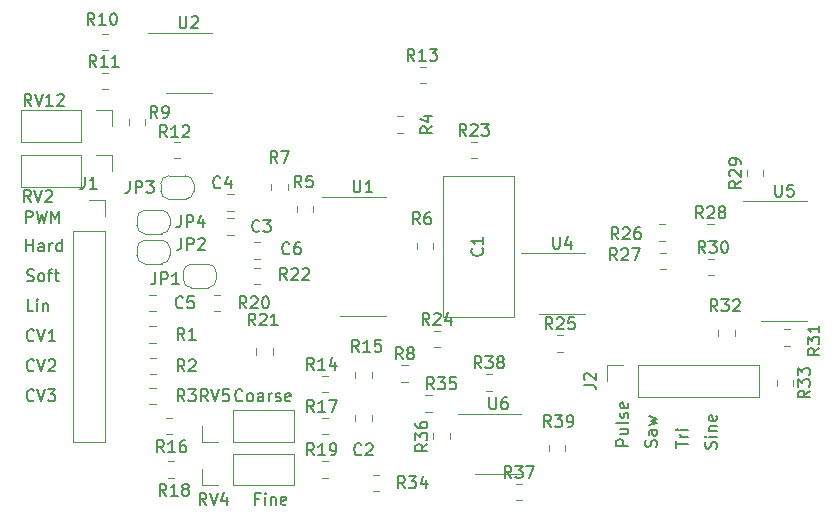
<source format=gbr>
G04 #@! TF.GenerationSoftware,KiCad,Pcbnew,(5.1.2-1)-1*
G04 #@! TF.CreationDate,2019-07-22T14:26:25-07:00*
G04 #@! TF.ProjectId,AS3340_VCO,41533333-3430-45f5-9643-4f2e6b696361,rev?*
G04 #@! TF.SameCoordinates,Original*
G04 #@! TF.FileFunction,Legend,Top*
G04 #@! TF.FilePolarity,Positive*
%FSLAX46Y46*%
G04 Gerber Fmt 4.6, Leading zero omitted, Abs format (unit mm)*
G04 Created by KiCad (PCBNEW (5.1.2-1)-1) date 2019-07-22 14:26:25*
%MOMM*%
%LPD*%
G04 APERTURE LIST*
%ADD10C,0.150000*%
%ADD11C,0.120000*%
G04 APERTURE END LIST*
D10*
X111529761Y-100972761D02*
X111577380Y-100829904D01*
X111577380Y-100591809D01*
X111529761Y-100496571D01*
X111482142Y-100448952D01*
X111386904Y-100401333D01*
X111291666Y-100401333D01*
X111196428Y-100448952D01*
X111148809Y-100496571D01*
X111101190Y-100591809D01*
X111053571Y-100782285D01*
X111005952Y-100877523D01*
X110958333Y-100925142D01*
X110863095Y-100972761D01*
X110767857Y-100972761D01*
X110672619Y-100925142D01*
X110625000Y-100877523D01*
X110577380Y-100782285D01*
X110577380Y-100544190D01*
X110625000Y-100401333D01*
X111577380Y-99972761D02*
X110910714Y-99972761D01*
X110577380Y-99972761D02*
X110625000Y-100020380D01*
X110672619Y-99972761D01*
X110625000Y-99925142D01*
X110577380Y-99972761D01*
X110672619Y-99972761D01*
X110910714Y-99496571D02*
X111577380Y-99496571D01*
X111005952Y-99496571D02*
X110958333Y-99448952D01*
X110910714Y-99353714D01*
X110910714Y-99210857D01*
X110958333Y-99115619D01*
X111053571Y-99068000D01*
X111577380Y-99068000D01*
X111529761Y-98210857D02*
X111577380Y-98306095D01*
X111577380Y-98496571D01*
X111529761Y-98591809D01*
X111434523Y-98639428D01*
X111053571Y-98639428D01*
X110958333Y-98591809D01*
X110910714Y-98496571D01*
X110910714Y-98306095D01*
X110958333Y-98210857D01*
X111053571Y-98163238D01*
X111148809Y-98163238D01*
X111244047Y-98639428D01*
X108164380Y-100909333D02*
X108164380Y-100337904D01*
X109164380Y-100623619D02*
X108164380Y-100623619D01*
X109164380Y-100004571D02*
X108497714Y-100004571D01*
X108688190Y-100004571D02*
X108592952Y-99956952D01*
X108545333Y-99909333D01*
X108497714Y-99814095D01*
X108497714Y-99718857D01*
X109164380Y-99385523D02*
X108497714Y-99385523D01*
X108164380Y-99385523D02*
X108212000Y-99433142D01*
X108259619Y-99385523D01*
X108212000Y-99337904D01*
X108164380Y-99385523D01*
X108259619Y-99385523D01*
X104084380Y-100742523D02*
X103084380Y-100742523D01*
X103084380Y-100361571D01*
X103132000Y-100266333D01*
X103179619Y-100218714D01*
X103274857Y-100171095D01*
X103417714Y-100171095D01*
X103512952Y-100218714D01*
X103560571Y-100266333D01*
X103608190Y-100361571D01*
X103608190Y-100742523D01*
X103417714Y-99313952D02*
X104084380Y-99313952D01*
X103417714Y-99742523D02*
X103941523Y-99742523D01*
X104036761Y-99694904D01*
X104084380Y-99599666D01*
X104084380Y-99456809D01*
X104036761Y-99361571D01*
X103989142Y-99313952D01*
X104084380Y-98694904D02*
X104036761Y-98790142D01*
X103941523Y-98837761D01*
X103084380Y-98837761D01*
X104036761Y-98361571D02*
X104084380Y-98266333D01*
X104084380Y-98075857D01*
X104036761Y-97980619D01*
X103941523Y-97933000D01*
X103893904Y-97933000D01*
X103798666Y-97980619D01*
X103751047Y-98075857D01*
X103751047Y-98218714D01*
X103703428Y-98313952D01*
X103608190Y-98361571D01*
X103560571Y-98361571D01*
X103465333Y-98313952D01*
X103417714Y-98218714D01*
X103417714Y-98075857D01*
X103465333Y-97980619D01*
X104036761Y-97123476D02*
X104084380Y-97218714D01*
X104084380Y-97409190D01*
X104036761Y-97504428D01*
X103941523Y-97552047D01*
X103560571Y-97552047D01*
X103465333Y-97504428D01*
X103417714Y-97409190D01*
X103417714Y-97218714D01*
X103465333Y-97123476D01*
X103560571Y-97075857D01*
X103655809Y-97075857D01*
X103751047Y-97552047D01*
X106449761Y-100829904D02*
X106497380Y-100687047D01*
X106497380Y-100448952D01*
X106449761Y-100353714D01*
X106402142Y-100306095D01*
X106306904Y-100258476D01*
X106211666Y-100258476D01*
X106116428Y-100306095D01*
X106068809Y-100353714D01*
X106021190Y-100448952D01*
X105973571Y-100639428D01*
X105925952Y-100734666D01*
X105878333Y-100782285D01*
X105783095Y-100829904D01*
X105687857Y-100829904D01*
X105592619Y-100782285D01*
X105545000Y-100734666D01*
X105497380Y-100639428D01*
X105497380Y-100401333D01*
X105545000Y-100258476D01*
X106497380Y-99401333D02*
X105973571Y-99401333D01*
X105878333Y-99448952D01*
X105830714Y-99544190D01*
X105830714Y-99734666D01*
X105878333Y-99829904D01*
X106449761Y-99401333D02*
X106497380Y-99496571D01*
X106497380Y-99734666D01*
X106449761Y-99829904D01*
X106354523Y-99877523D01*
X106259285Y-99877523D01*
X106164047Y-99829904D01*
X106116428Y-99734666D01*
X106116428Y-99496571D01*
X106068809Y-99401333D01*
X105830714Y-99020380D02*
X106497380Y-98829904D01*
X106021190Y-98639428D01*
X106497380Y-98448952D01*
X105830714Y-98258476D01*
X53760761Y-96877142D02*
X53713142Y-96924761D01*
X53570285Y-96972380D01*
X53475047Y-96972380D01*
X53332190Y-96924761D01*
X53236952Y-96829523D01*
X53189333Y-96734285D01*
X53141714Y-96543809D01*
X53141714Y-96400952D01*
X53189333Y-96210476D01*
X53236952Y-96115238D01*
X53332190Y-96020000D01*
X53475047Y-95972380D01*
X53570285Y-95972380D01*
X53713142Y-96020000D01*
X53760761Y-96067619D01*
X54046476Y-95972380D02*
X54379809Y-96972380D01*
X54713142Y-95972380D01*
X54951238Y-95972380D02*
X55570285Y-95972380D01*
X55236952Y-96353333D01*
X55379809Y-96353333D01*
X55475047Y-96400952D01*
X55522666Y-96448571D01*
X55570285Y-96543809D01*
X55570285Y-96781904D01*
X55522666Y-96877142D01*
X55475047Y-96924761D01*
X55379809Y-96972380D01*
X55094095Y-96972380D01*
X54998857Y-96924761D01*
X54951238Y-96877142D01*
X53760761Y-94337142D02*
X53713142Y-94384761D01*
X53570285Y-94432380D01*
X53475047Y-94432380D01*
X53332190Y-94384761D01*
X53236952Y-94289523D01*
X53189333Y-94194285D01*
X53141714Y-94003809D01*
X53141714Y-93860952D01*
X53189333Y-93670476D01*
X53236952Y-93575238D01*
X53332190Y-93480000D01*
X53475047Y-93432380D01*
X53570285Y-93432380D01*
X53713142Y-93480000D01*
X53760761Y-93527619D01*
X54046476Y-93432380D02*
X54379809Y-94432380D01*
X54713142Y-93432380D01*
X54998857Y-93527619D02*
X55046476Y-93480000D01*
X55141714Y-93432380D01*
X55379809Y-93432380D01*
X55475047Y-93480000D01*
X55522666Y-93527619D01*
X55570285Y-93622857D01*
X55570285Y-93718095D01*
X55522666Y-93860952D01*
X54951238Y-94432380D01*
X55570285Y-94432380D01*
X53760761Y-91797142D02*
X53713142Y-91844761D01*
X53570285Y-91892380D01*
X53475047Y-91892380D01*
X53332190Y-91844761D01*
X53236952Y-91749523D01*
X53189333Y-91654285D01*
X53141714Y-91463809D01*
X53141714Y-91320952D01*
X53189333Y-91130476D01*
X53236952Y-91035238D01*
X53332190Y-90940000D01*
X53475047Y-90892380D01*
X53570285Y-90892380D01*
X53713142Y-90940000D01*
X53760761Y-90987619D01*
X54046476Y-90892380D02*
X54379809Y-91892380D01*
X54713142Y-90892380D01*
X55570285Y-91892380D02*
X54998857Y-91892380D01*
X55284571Y-91892380D02*
X55284571Y-90892380D01*
X55189333Y-91035238D01*
X55094095Y-91130476D01*
X54998857Y-91178095D01*
X53721047Y-89352380D02*
X53244857Y-89352380D01*
X53244857Y-88352380D01*
X54054380Y-89352380D02*
X54054380Y-88685714D01*
X54054380Y-88352380D02*
X54006761Y-88400000D01*
X54054380Y-88447619D01*
X54102000Y-88400000D01*
X54054380Y-88352380D01*
X54054380Y-88447619D01*
X54530571Y-88685714D02*
X54530571Y-89352380D01*
X54530571Y-88780952D02*
X54578190Y-88733333D01*
X54673428Y-88685714D01*
X54816285Y-88685714D01*
X54911523Y-88733333D01*
X54959142Y-88828571D01*
X54959142Y-89352380D01*
X53173476Y-86764761D02*
X53316333Y-86812380D01*
X53554428Y-86812380D01*
X53649666Y-86764761D01*
X53697285Y-86717142D01*
X53744904Y-86621904D01*
X53744904Y-86526666D01*
X53697285Y-86431428D01*
X53649666Y-86383809D01*
X53554428Y-86336190D01*
X53363952Y-86288571D01*
X53268714Y-86240952D01*
X53221095Y-86193333D01*
X53173476Y-86098095D01*
X53173476Y-86002857D01*
X53221095Y-85907619D01*
X53268714Y-85860000D01*
X53363952Y-85812380D01*
X53602047Y-85812380D01*
X53744904Y-85860000D01*
X54316333Y-86812380D02*
X54221095Y-86764761D01*
X54173476Y-86717142D01*
X54125857Y-86621904D01*
X54125857Y-86336190D01*
X54173476Y-86240952D01*
X54221095Y-86193333D01*
X54316333Y-86145714D01*
X54459190Y-86145714D01*
X54554428Y-86193333D01*
X54602047Y-86240952D01*
X54649666Y-86336190D01*
X54649666Y-86621904D01*
X54602047Y-86717142D01*
X54554428Y-86764761D01*
X54459190Y-86812380D01*
X54316333Y-86812380D01*
X54935380Y-86145714D02*
X55316333Y-86145714D01*
X55078238Y-86812380D02*
X55078238Y-85955238D01*
X55125857Y-85860000D01*
X55221095Y-85812380D01*
X55316333Y-85812380D01*
X55506809Y-86145714D02*
X55887761Y-86145714D01*
X55649666Y-85812380D02*
X55649666Y-86669523D01*
X55697285Y-86764761D01*
X55792523Y-86812380D01*
X55887761Y-86812380D01*
X53110000Y-84272380D02*
X53110000Y-83272380D01*
X53110000Y-83748571D02*
X53681428Y-83748571D01*
X53681428Y-84272380D02*
X53681428Y-83272380D01*
X54586190Y-84272380D02*
X54586190Y-83748571D01*
X54538571Y-83653333D01*
X54443333Y-83605714D01*
X54252857Y-83605714D01*
X54157619Y-83653333D01*
X54586190Y-84224761D02*
X54490952Y-84272380D01*
X54252857Y-84272380D01*
X54157619Y-84224761D01*
X54110000Y-84129523D01*
X54110000Y-84034285D01*
X54157619Y-83939047D01*
X54252857Y-83891428D01*
X54490952Y-83891428D01*
X54586190Y-83843809D01*
X55062380Y-84272380D02*
X55062380Y-83605714D01*
X55062380Y-83796190D02*
X55110000Y-83700952D01*
X55157619Y-83653333D01*
X55252857Y-83605714D01*
X55348095Y-83605714D01*
X56110000Y-84272380D02*
X56110000Y-83272380D01*
X56110000Y-84224761D02*
X56014761Y-84272380D01*
X55824285Y-84272380D01*
X55729047Y-84224761D01*
X55681428Y-84177142D01*
X55633809Y-84081904D01*
X55633809Y-83796190D01*
X55681428Y-83700952D01*
X55729047Y-83653333D01*
X55824285Y-83605714D01*
X56014761Y-83605714D01*
X56110000Y-83653333D01*
X53078238Y-81859380D02*
X53078238Y-80859380D01*
X53459190Y-80859380D01*
X53554428Y-80907000D01*
X53602047Y-80954619D01*
X53649666Y-81049857D01*
X53649666Y-81192714D01*
X53602047Y-81287952D01*
X53554428Y-81335571D01*
X53459190Y-81383190D01*
X53078238Y-81383190D01*
X53983000Y-80859380D02*
X54221095Y-81859380D01*
X54411571Y-81145095D01*
X54602047Y-81859380D01*
X54840142Y-80859380D01*
X55221095Y-81859380D02*
X55221095Y-80859380D01*
X55554428Y-81573666D01*
X55887761Y-80859380D01*
X55887761Y-81859380D01*
X72810809Y-105211571D02*
X72477476Y-105211571D01*
X72477476Y-105735380D02*
X72477476Y-104735380D01*
X72953666Y-104735380D01*
X73334619Y-105735380D02*
X73334619Y-105068714D01*
X73334619Y-104735380D02*
X73287000Y-104783000D01*
X73334619Y-104830619D01*
X73382238Y-104783000D01*
X73334619Y-104735380D01*
X73334619Y-104830619D01*
X73810809Y-105068714D02*
X73810809Y-105735380D01*
X73810809Y-105163952D02*
X73858428Y-105116333D01*
X73953666Y-105068714D01*
X74096523Y-105068714D01*
X74191761Y-105116333D01*
X74239380Y-105211571D01*
X74239380Y-105735380D01*
X75096523Y-105687761D02*
X75001285Y-105735380D01*
X74810809Y-105735380D01*
X74715571Y-105687761D01*
X74667952Y-105592523D01*
X74667952Y-105211571D01*
X74715571Y-105116333D01*
X74810809Y-105068714D01*
X75001285Y-105068714D01*
X75096523Y-105116333D01*
X75144142Y-105211571D01*
X75144142Y-105306809D01*
X74667952Y-105402047D01*
X71413904Y-96877142D02*
X71366285Y-96924761D01*
X71223428Y-96972380D01*
X71128190Y-96972380D01*
X70985333Y-96924761D01*
X70890095Y-96829523D01*
X70842476Y-96734285D01*
X70794857Y-96543809D01*
X70794857Y-96400952D01*
X70842476Y-96210476D01*
X70890095Y-96115238D01*
X70985333Y-96020000D01*
X71128190Y-95972380D01*
X71223428Y-95972380D01*
X71366285Y-96020000D01*
X71413904Y-96067619D01*
X71985333Y-96972380D02*
X71890095Y-96924761D01*
X71842476Y-96877142D01*
X71794857Y-96781904D01*
X71794857Y-96496190D01*
X71842476Y-96400952D01*
X71890095Y-96353333D01*
X71985333Y-96305714D01*
X72128190Y-96305714D01*
X72223428Y-96353333D01*
X72271047Y-96400952D01*
X72318666Y-96496190D01*
X72318666Y-96781904D01*
X72271047Y-96877142D01*
X72223428Y-96924761D01*
X72128190Y-96972380D01*
X71985333Y-96972380D01*
X73175809Y-96972380D02*
X73175809Y-96448571D01*
X73128190Y-96353333D01*
X73032952Y-96305714D01*
X72842476Y-96305714D01*
X72747238Y-96353333D01*
X73175809Y-96924761D02*
X73080571Y-96972380D01*
X72842476Y-96972380D01*
X72747238Y-96924761D01*
X72699619Y-96829523D01*
X72699619Y-96734285D01*
X72747238Y-96639047D01*
X72842476Y-96591428D01*
X73080571Y-96591428D01*
X73175809Y-96543809D01*
X73652000Y-96972380D02*
X73652000Y-96305714D01*
X73652000Y-96496190D02*
X73699619Y-96400952D01*
X73747238Y-96353333D01*
X73842476Y-96305714D01*
X73937714Y-96305714D01*
X74223428Y-96924761D02*
X74318666Y-96972380D01*
X74509142Y-96972380D01*
X74604380Y-96924761D01*
X74652000Y-96829523D01*
X74652000Y-96781904D01*
X74604380Y-96686666D01*
X74509142Y-96639047D01*
X74366285Y-96639047D01*
X74271047Y-96591428D01*
X74223428Y-96496190D01*
X74223428Y-96448571D01*
X74271047Y-96353333D01*
X74366285Y-96305714D01*
X74509142Y-96305714D01*
X74604380Y-96353333D01*
X75461523Y-96924761D02*
X75366285Y-96972380D01*
X75175809Y-96972380D01*
X75080571Y-96924761D01*
X75032952Y-96829523D01*
X75032952Y-96448571D01*
X75080571Y-96353333D01*
X75175809Y-96305714D01*
X75366285Y-96305714D01*
X75461523Y-96353333D01*
X75509142Y-96448571D01*
X75509142Y-96543809D01*
X75032952Y-96639047D01*
D11*
X91440000Y-77865000D02*
X94440000Y-77865000D01*
X94440000Y-77865000D02*
X94440000Y-89865000D01*
X94440000Y-89865000D02*
X88440000Y-89865000D01*
X88440000Y-89865000D02*
X88440000Y-77865000D01*
X88440000Y-77865000D02*
X91440000Y-77865000D01*
X82371000Y-98683578D02*
X82371000Y-98166422D01*
X80951000Y-98683578D02*
X80951000Y-98166422D01*
X70665078Y-81459000D02*
X70147922Y-81459000D01*
X70665078Y-82879000D02*
X70147922Y-82879000D01*
X70665078Y-79427000D02*
X70147922Y-79427000D01*
X70665078Y-80847000D02*
X70147922Y-80847000D01*
X64061078Y-87936000D02*
X63543922Y-87936000D01*
X64061078Y-89356000D02*
X63543922Y-89356000D01*
X72385422Y-84911000D02*
X72902578Y-84911000D01*
X72385422Y-83491000D02*
X72902578Y-83491000D01*
X64061078Y-90603000D02*
X63543922Y-90603000D01*
X64061078Y-92023000D02*
X63543922Y-92023000D01*
X64091078Y-93270000D02*
X63573922Y-93270000D01*
X64091078Y-94690000D02*
X63573922Y-94690000D01*
X64061078Y-95810000D02*
X63543922Y-95810000D01*
X64061078Y-97230000D02*
X63543922Y-97230000D01*
X85046078Y-72823000D02*
X84528922Y-72823000D01*
X85046078Y-74243000D02*
X84528922Y-74243000D01*
X77418000Y-80952078D02*
X77418000Y-80434922D01*
X75998000Y-80952078D02*
X75998000Y-80434922D01*
X87578000Y-84078578D02*
X87578000Y-83561422D01*
X86158000Y-84078578D02*
X86158000Y-83561422D01*
X75259000Y-79077078D02*
X75259000Y-78559922D01*
X73839000Y-79077078D02*
X73839000Y-78559922D01*
X84879922Y-95325000D02*
X85397078Y-95325000D01*
X84879922Y-93905000D02*
X85397078Y-93905000D01*
X63194000Y-73586078D02*
X63194000Y-73068922D01*
X61774000Y-73586078D02*
X61774000Y-73068922D01*
X60075578Y-65838000D02*
X59558422Y-65838000D01*
X60075578Y-67258000D02*
X59558422Y-67258000D01*
X60075578Y-69140000D02*
X59558422Y-69140000D01*
X60075578Y-70560000D02*
X59558422Y-70560000D01*
X66171578Y-74982000D02*
X65654422Y-74982000D01*
X66171578Y-76402000D02*
X65654422Y-76402000D01*
X86999578Y-68632000D02*
X86482422Y-68632000D01*
X86999578Y-70052000D02*
X86482422Y-70052000D01*
X78666078Y-94794000D02*
X78148922Y-94794000D01*
X78666078Y-96214000D02*
X78148922Y-96214000D01*
X82371000Y-95000578D02*
X82371000Y-94483422D01*
X80951000Y-95000578D02*
X80951000Y-94483422D01*
X65488078Y-98350000D02*
X64970922Y-98350000D01*
X65488078Y-99770000D02*
X64970922Y-99770000D01*
X78666078Y-98350000D02*
X78148922Y-98350000D01*
X78666078Y-99770000D02*
X78148922Y-99770000D01*
X65615078Y-102033000D02*
X65097922Y-102033000D01*
X65615078Y-103453000D02*
X65097922Y-103453000D01*
X78666078Y-102033000D02*
X78148922Y-102033000D01*
X78666078Y-103453000D02*
X78148922Y-103453000D01*
X69522078Y-87936000D02*
X69004922Y-87936000D01*
X69522078Y-89356000D02*
X69004922Y-89356000D01*
X72569000Y-92499922D02*
X72569000Y-93017078D01*
X73989000Y-92499922D02*
X73989000Y-93017078D01*
X72902578Y-85650000D02*
X72385422Y-85650000D01*
X72902578Y-87070000D02*
X72385422Y-87070000D01*
X90751922Y-76402000D02*
X91269078Y-76402000D01*
X90751922Y-74982000D02*
X91269078Y-74982000D01*
X87625422Y-92404000D02*
X88142578Y-92404000D01*
X87625422Y-90984000D02*
X88142578Y-90984000D01*
X98039422Y-92785000D02*
X98556578Y-92785000D01*
X98039422Y-91365000D02*
X98556578Y-91365000D01*
X106675422Y-83387000D02*
X107192578Y-83387000D01*
X106675422Y-81967000D02*
X107192578Y-81967000D01*
X107271078Y-84380000D02*
X106753922Y-84380000D01*
X107271078Y-85800000D02*
X106753922Y-85800000D01*
X110787922Y-83387000D02*
X111305078Y-83387000D01*
X110787922Y-81967000D02*
X111305078Y-81967000D01*
X115518000Y-77934078D02*
X115518000Y-77416922D01*
X114098000Y-77934078D02*
X114098000Y-77416922D01*
X111383578Y-84888000D02*
X110866422Y-84888000D01*
X111383578Y-86308000D02*
X110866422Y-86308000D01*
X117782078Y-90857000D02*
X117264922Y-90857000D01*
X117782078Y-92277000D02*
X117264922Y-92277000D01*
X113105000Y-91444578D02*
X113105000Y-90927422D01*
X111685000Y-91444578D02*
X111685000Y-90927422D01*
X116638000Y-95166922D02*
X116638000Y-95684078D01*
X118058000Y-95166922D02*
X118058000Y-95684078D01*
X82496922Y-104596000D02*
X83014078Y-104596000D01*
X82496922Y-103176000D02*
X83014078Y-103176000D01*
X86911922Y-97865000D02*
X87429078Y-97865000D01*
X86911922Y-96445000D02*
X87429078Y-96445000D01*
X88975000Y-100207578D02*
X88975000Y-99690422D01*
X87555000Y-100207578D02*
X87555000Y-99690422D01*
X94561922Y-105358000D02*
X95079078Y-105358000D01*
X94561922Y-103938000D02*
X95079078Y-103938000D01*
X92021922Y-96087000D02*
X92539078Y-96087000D01*
X92021922Y-94667000D02*
X92539078Y-94667000D01*
X98754000Y-101223578D02*
X98754000Y-100706422D01*
X97334000Y-101223578D02*
X97334000Y-100706422D01*
X81599000Y-79649000D02*
X78149000Y-79649000D01*
X81599000Y-79649000D02*
X83549000Y-79649000D01*
X81599000Y-89769000D02*
X79649000Y-89769000D01*
X81599000Y-89769000D02*
X83549000Y-89769000D01*
X66867000Y-65766000D02*
X63417000Y-65766000D01*
X66867000Y-65766000D02*
X68817000Y-65766000D01*
X66867000Y-70886000D02*
X64917000Y-70886000D01*
X66867000Y-70886000D02*
X68817000Y-70886000D01*
X98487000Y-84435000D02*
X95037000Y-84435000D01*
X98487000Y-84435000D02*
X100437000Y-84435000D01*
X98487000Y-89555000D02*
X96537000Y-89555000D01*
X98487000Y-89555000D02*
X100437000Y-89555000D01*
X117283000Y-80030000D02*
X113833000Y-80030000D01*
X117283000Y-80030000D02*
X119233000Y-80030000D01*
X117283000Y-90150000D02*
X115333000Y-90150000D01*
X117283000Y-90150000D02*
X119233000Y-90150000D01*
X93091000Y-98024000D02*
X89641000Y-98024000D01*
X93091000Y-98024000D02*
X95041000Y-98024000D01*
X93091000Y-103144000D02*
X91141000Y-103144000D01*
X93091000Y-103144000D02*
X95041000Y-103144000D01*
X60385000Y-76140000D02*
X60385000Y-77470000D01*
X59055000Y-76140000D02*
X60385000Y-76140000D01*
X57785000Y-76140000D02*
X57785000Y-78800000D01*
X57785000Y-78800000D02*
X52645000Y-78800000D01*
X57785000Y-76140000D02*
X52645000Y-76140000D01*
X52645000Y-76140000D02*
X52645000Y-78800000D01*
X68012000Y-100390000D02*
X68012000Y-99060000D01*
X69342000Y-100390000D02*
X68012000Y-100390000D01*
X70612000Y-100390000D02*
X70612000Y-97730000D01*
X70612000Y-97730000D02*
X75752000Y-97730000D01*
X70612000Y-100390000D02*
X75752000Y-100390000D01*
X75752000Y-100390000D02*
X75752000Y-97730000D01*
X68012000Y-104073000D02*
X68012000Y-102743000D01*
X69342000Y-104073000D02*
X68012000Y-104073000D01*
X70612000Y-104073000D02*
X70612000Y-101413000D01*
X70612000Y-101413000D02*
X75752000Y-101413000D01*
X70612000Y-104073000D02*
X75752000Y-104073000D01*
X75752000Y-104073000D02*
X75752000Y-101413000D01*
X60385000Y-72330000D02*
X60385000Y-73660000D01*
X59055000Y-72330000D02*
X60385000Y-72330000D01*
X57785000Y-72330000D02*
X57785000Y-74990000D01*
X57785000Y-74990000D02*
X52645000Y-74990000D01*
X57785000Y-72330000D02*
X52645000Y-72330000D01*
X52645000Y-72330000D02*
X52645000Y-74990000D01*
X67103000Y-85360000D02*
X68503000Y-85360000D01*
X69203000Y-86060000D02*
X69203000Y-86660000D01*
X68503000Y-87360000D02*
X67103000Y-87360000D01*
X66403000Y-86660000D02*
X66403000Y-86060000D01*
X66403000Y-86060000D02*
G75*
G02X67103000Y-85360000I700000J0D01*
G01*
X67103000Y-87360000D02*
G75*
G02X66403000Y-86660000I0J700000D01*
G01*
X69203000Y-86660000D02*
G75*
G02X68503000Y-87360000I-700000J0D01*
G01*
X68503000Y-85360000D02*
G75*
G02X69203000Y-86060000I0J-700000D01*
G01*
X65198000Y-77867000D02*
X66598000Y-77867000D01*
X67298000Y-78567000D02*
X67298000Y-79167000D01*
X66598000Y-79867000D02*
X65198000Y-79867000D01*
X64498000Y-79167000D02*
X64498000Y-78567000D01*
X64498000Y-78567000D02*
G75*
G02X65198000Y-77867000I700000J0D01*
G01*
X65198000Y-79867000D02*
G75*
G02X64498000Y-79167000I0J700000D01*
G01*
X67298000Y-79167000D02*
G75*
G02X66598000Y-79867000I-700000J0D01*
G01*
X66598000Y-77867000D02*
G75*
G02X67298000Y-78567000I0J-700000D01*
G01*
X63181000Y-83328000D02*
X64581000Y-83328000D01*
X65281000Y-84028000D02*
X65281000Y-84628000D01*
X64581000Y-85328000D02*
X63181000Y-85328000D01*
X62481000Y-84628000D02*
X62481000Y-84028000D01*
X62481000Y-84028000D02*
G75*
G02X63181000Y-83328000I700000J0D01*
G01*
X63181000Y-85328000D02*
G75*
G02X62481000Y-84628000I0J700000D01*
G01*
X65281000Y-84628000D02*
G75*
G02X64581000Y-85328000I-700000J0D01*
G01*
X64581000Y-83328000D02*
G75*
G02X65281000Y-84028000I0J-700000D01*
G01*
X64581000Y-80788000D02*
G75*
G02X65281000Y-81488000I0J-700000D01*
G01*
X65281000Y-82088000D02*
G75*
G02X64581000Y-82788000I-700000J0D01*
G01*
X63181000Y-82788000D02*
G75*
G02X62481000Y-82088000I0J700000D01*
G01*
X62481000Y-81488000D02*
G75*
G02X63181000Y-80788000I700000J0D01*
G01*
X62481000Y-82088000D02*
X62481000Y-81488000D01*
X64581000Y-82788000D02*
X63181000Y-82788000D01*
X65281000Y-81488000D02*
X65281000Y-82088000D01*
X63181000Y-80788000D02*
X64581000Y-80788000D01*
X57090000Y-82550000D02*
X59750000Y-82550000D01*
X57090000Y-82550000D02*
X57090000Y-100390000D01*
X57090000Y-100390000D02*
X59750000Y-100390000D01*
X59750000Y-82550000D02*
X59750000Y-100390000D01*
X59750000Y-79950000D02*
X59750000Y-81280000D01*
X58420000Y-79950000D02*
X59750000Y-79950000D01*
X104902000Y-96580000D02*
X104902000Y-93920000D01*
X104902000Y-96580000D02*
X115122000Y-96580000D01*
X115122000Y-96580000D02*
X115122000Y-93920000D01*
X104902000Y-93920000D02*
X115122000Y-93920000D01*
X102302000Y-93920000D02*
X103632000Y-93920000D01*
X102302000Y-95250000D02*
X102302000Y-93920000D01*
D10*
X91697142Y-84031666D02*
X91744761Y-84079285D01*
X91792380Y-84222142D01*
X91792380Y-84317380D01*
X91744761Y-84460238D01*
X91649523Y-84555476D01*
X91554285Y-84603095D01*
X91363809Y-84650714D01*
X91220952Y-84650714D01*
X91030476Y-84603095D01*
X90935238Y-84555476D01*
X90840000Y-84460238D01*
X90792380Y-84317380D01*
X90792380Y-84222142D01*
X90840000Y-84079285D01*
X90887619Y-84031666D01*
X91792380Y-83079285D02*
X91792380Y-83650714D01*
X91792380Y-83365000D02*
X90792380Y-83365000D01*
X90935238Y-83460238D01*
X91030476Y-83555476D01*
X91078095Y-83650714D01*
X81494333Y-101449142D02*
X81446714Y-101496761D01*
X81303857Y-101544380D01*
X81208619Y-101544380D01*
X81065761Y-101496761D01*
X80970523Y-101401523D01*
X80922904Y-101306285D01*
X80875285Y-101115809D01*
X80875285Y-100972952D01*
X80922904Y-100782476D01*
X80970523Y-100687238D01*
X81065761Y-100592000D01*
X81208619Y-100544380D01*
X81303857Y-100544380D01*
X81446714Y-100592000D01*
X81494333Y-100639619D01*
X81875285Y-100639619D02*
X81922904Y-100592000D01*
X82018142Y-100544380D01*
X82256238Y-100544380D01*
X82351476Y-100592000D01*
X82399095Y-100639619D01*
X82446714Y-100734857D01*
X82446714Y-100830095D01*
X82399095Y-100972952D01*
X81827666Y-101544380D01*
X82446714Y-101544380D01*
X72858333Y-82526142D02*
X72810714Y-82573761D01*
X72667857Y-82621380D01*
X72572619Y-82621380D01*
X72429761Y-82573761D01*
X72334523Y-82478523D01*
X72286904Y-82383285D01*
X72239285Y-82192809D01*
X72239285Y-82049952D01*
X72286904Y-81859476D01*
X72334523Y-81764238D01*
X72429761Y-81669000D01*
X72572619Y-81621380D01*
X72667857Y-81621380D01*
X72810714Y-81669000D01*
X72858333Y-81716619D01*
X73191666Y-81621380D02*
X73810714Y-81621380D01*
X73477380Y-82002333D01*
X73620238Y-82002333D01*
X73715476Y-82049952D01*
X73763095Y-82097571D01*
X73810714Y-82192809D01*
X73810714Y-82430904D01*
X73763095Y-82526142D01*
X73715476Y-82573761D01*
X73620238Y-82621380D01*
X73334523Y-82621380D01*
X73239285Y-82573761D01*
X73191666Y-82526142D01*
X69556333Y-78843142D02*
X69508714Y-78890761D01*
X69365857Y-78938380D01*
X69270619Y-78938380D01*
X69127761Y-78890761D01*
X69032523Y-78795523D01*
X68984904Y-78700285D01*
X68937285Y-78509809D01*
X68937285Y-78366952D01*
X68984904Y-78176476D01*
X69032523Y-78081238D01*
X69127761Y-77986000D01*
X69270619Y-77938380D01*
X69365857Y-77938380D01*
X69508714Y-77986000D01*
X69556333Y-78033619D01*
X70413476Y-78271714D02*
X70413476Y-78938380D01*
X70175380Y-77890761D02*
X69937285Y-78605047D01*
X70556333Y-78605047D01*
X66381333Y-89003142D02*
X66333714Y-89050761D01*
X66190857Y-89098380D01*
X66095619Y-89098380D01*
X65952761Y-89050761D01*
X65857523Y-88955523D01*
X65809904Y-88860285D01*
X65762285Y-88669809D01*
X65762285Y-88526952D01*
X65809904Y-88336476D01*
X65857523Y-88241238D01*
X65952761Y-88146000D01*
X66095619Y-88098380D01*
X66190857Y-88098380D01*
X66333714Y-88146000D01*
X66381333Y-88193619D01*
X67286095Y-88098380D02*
X66809904Y-88098380D01*
X66762285Y-88574571D01*
X66809904Y-88526952D01*
X66905142Y-88479333D01*
X67143238Y-88479333D01*
X67238476Y-88526952D01*
X67286095Y-88574571D01*
X67333714Y-88669809D01*
X67333714Y-88907904D01*
X67286095Y-89003142D01*
X67238476Y-89050761D01*
X67143238Y-89098380D01*
X66905142Y-89098380D01*
X66809904Y-89050761D01*
X66762285Y-89003142D01*
X75398333Y-84431142D02*
X75350714Y-84478761D01*
X75207857Y-84526380D01*
X75112619Y-84526380D01*
X74969761Y-84478761D01*
X74874523Y-84383523D01*
X74826904Y-84288285D01*
X74779285Y-84097809D01*
X74779285Y-83954952D01*
X74826904Y-83764476D01*
X74874523Y-83669238D01*
X74969761Y-83574000D01*
X75112619Y-83526380D01*
X75207857Y-83526380D01*
X75350714Y-83574000D01*
X75398333Y-83621619D01*
X76255476Y-83526380D02*
X76065000Y-83526380D01*
X75969761Y-83574000D01*
X75922142Y-83621619D01*
X75826904Y-83764476D01*
X75779285Y-83954952D01*
X75779285Y-84335904D01*
X75826904Y-84431142D01*
X75874523Y-84478761D01*
X75969761Y-84526380D01*
X76160238Y-84526380D01*
X76255476Y-84478761D01*
X76303095Y-84431142D01*
X76350714Y-84335904D01*
X76350714Y-84097809D01*
X76303095Y-84002571D01*
X76255476Y-83954952D01*
X76160238Y-83907333D01*
X75969761Y-83907333D01*
X75874523Y-83954952D01*
X75826904Y-84002571D01*
X75779285Y-84097809D01*
X66508333Y-91765380D02*
X66175000Y-91289190D01*
X65936904Y-91765380D02*
X65936904Y-90765380D01*
X66317857Y-90765380D01*
X66413095Y-90813000D01*
X66460714Y-90860619D01*
X66508333Y-90955857D01*
X66508333Y-91098714D01*
X66460714Y-91193952D01*
X66413095Y-91241571D01*
X66317857Y-91289190D01*
X65936904Y-91289190D01*
X67460714Y-91765380D02*
X66889285Y-91765380D01*
X67175000Y-91765380D02*
X67175000Y-90765380D01*
X67079761Y-90908238D01*
X66984523Y-91003476D01*
X66889285Y-91051095D01*
X66508333Y-94432380D02*
X66175000Y-93956190D01*
X65936904Y-94432380D02*
X65936904Y-93432380D01*
X66317857Y-93432380D01*
X66413095Y-93480000D01*
X66460714Y-93527619D01*
X66508333Y-93622857D01*
X66508333Y-93765714D01*
X66460714Y-93860952D01*
X66413095Y-93908571D01*
X66317857Y-93956190D01*
X65936904Y-93956190D01*
X66889285Y-93527619D02*
X66936904Y-93480000D01*
X67032142Y-93432380D01*
X67270238Y-93432380D01*
X67365476Y-93480000D01*
X67413095Y-93527619D01*
X67460714Y-93622857D01*
X67460714Y-93718095D01*
X67413095Y-93860952D01*
X66841666Y-94432380D01*
X67460714Y-94432380D01*
X66508333Y-96972380D02*
X66175000Y-96496190D01*
X65936904Y-96972380D02*
X65936904Y-95972380D01*
X66317857Y-95972380D01*
X66413095Y-96020000D01*
X66460714Y-96067619D01*
X66508333Y-96162857D01*
X66508333Y-96305714D01*
X66460714Y-96400952D01*
X66413095Y-96448571D01*
X66317857Y-96496190D01*
X65936904Y-96496190D01*
X66841666Y-95972380D02*
X67460714Y-95972380D01*
X67127380Y-96353333D01*
X67270238Y-96353333D01*
X67365476Y-96400952D01*
X67413095Y-96448571D01*
X67460714Y-96543809D01*
X67460714Y-96781904D01*
X67413095Y-96877142D01*
X67365476Y-96924761D01*
X67270238Y-96972380D01*
X66984523Y-96972380D01*
X66889285Y-96924761D01*
X66841666Y-96877142D01*
X87477380Y-73699666D02*
X87001190Y-74033000D01*
X87477380Y-74271095D02*
X86477380Y-74271095D01*
X86477380Y-73890142D01*
X86525000Y-73794904D01*
X86572619Y-73747285D01*
X86667857Y-73699666D01*
X86810714Y-73699666D01*
X86905952Y-73747285D01*
X86953571Y-73794904D01*
X87001190Y-73890142D01*
X87001190Y-74271095D01*
X86810714Y-72842523D02*
X87477380Y-72842523D01*
X86429761Y-73080619D02*
X87144047Y-73318714D01*
X87144047Y-72699666D01*
X76414333Y-78859880D02*
X76081000Y-78383690D01*
X75842904Y-78859880D02*
X75842904Y-77859880D01*
X76223857Y-77859880D01*
X76319095Y-77907500D01*
X76366714Y-77955119D01*
X76414333Y-78050357D01*
X76414333Y-78193214D01*
X76366714Y-78288452D01*
X76319095Y-78336071D01*
X76223857Y-78383690D01*
X75842904Y-78383690D01*
X77319095Y-77859880D02*
X76842904Y-77859880D01*
X76795285Y-78336071D01*
X76842904Y-78288452D01*
X76938142Y-78240833D01*
X77176238Y-78240833D01*
X77271476Y-78288452D01*
X77319095Y-78336071D01*
X77366714Y-78431309D01*
X77366714Y-78669404D01*
X77319095Y-78764642D01*
X77271476Y-78812261D01*
X77176238Y-78859880D01*
X76938142Y-78859880D01*
X76842904Y-78812261D01*
X76795285Y-78764642D01*
X86447333Y-81986380D02*
X86114000Y-81510190D01*
X85875904Y-81986380D02*
X85875904Y-80986380D01*
X86256857Y-80986380D01*
X86352095Y-81034000D01*
X86399714Y-81081619D01*
X86447333Y-81176857D01*
X86447333Y-81319714D01*
X86399714Y-81414952D01*
X86352095Y-81462571D01*
X86256857Y-81510190D01*
X85875904Y-81510190D01*
X87304476Y-80986380D02*
X87114000Y-80986380D01*
X87018761Y-81034000D01*
X86971142Y-81081619D01*
X86875904Y-81224476D01*
X86828285Y-81414952D01*
X86828285Y-81795904D01*
X86875904Y-81891142D01*
X86923523Y-81938761D01*
X87018761Y-81986380D01*
X87209238Y-81986380D01*
X87304476Y-81938761D01*
X87352095Y-81891142D01*
X87399714Y-81795904D01*
X87399714Y-81557809D01*
X87352095Y-81462571D01*
X87304476Y-81414952D01*
X87209238Y-81367333D01*
X87018761Y-81367333D01*
X86923523Y-81414952D01*
X86875904Y-81462571D01*
X86828285Y-81557809D01*
X74382333Y-76809380D02*
X74049000Y-76333190D01*
X73810904Y-76809380D02*
X73810904Y-75809380D01*
X74191857Y-75809380D01*
X74287095Y-75857000D01*
X74334714Y-75904619D01*
X74382333Y-75999857D01*
X74382333Y-76142714D01*
X74334714Y-76237952D01*
X74287095Y-76285571D01*
X74191857Y-76333190D01*
X73810904Y-76333190D01*
X74715666Y-75809380D02*
X75382333Y-75809380D01*
X74953761Y-76809380D01*
X84971833Y-93417380D02*
X84638500Y-92941190D01*
X84400404Y-93417380D02*
X84400404Y-92417380D01*
X84781357Y-92417380D01*
X84876595Y-92465000D01*
X84924214Y-92512619D01*
X84971833Y-92607857D01*
X84971833Y-92750714D01*
X84924214Y-92845952D01*
X84876595Y-92893571D01*
X84781357Y-92941190D01*
X84400404Y-92941190D01*
X85543261Y-92845952D02*
X85448023Y-92798333D01*
X85400404Y-92750714D01*
X85352785Y-92655476D01*
X85352785Y-92607857D01*
X85400404Y-92512619D01*
X85448023Y-92465000D01*
X85543261Y-92417380D01*
X85733738Y-92417380D01*
X85828976Y-92465000D01*
X85876595Y-92512619D01*
X85924214Y-92607857D01*
X85924214Y-92655476D01*
X85876595Y-92750714D01*
X85828976Y-92798333D01*
X85733738Y-92845952D01*
X85543261Y-92845952D01*
X85448023Y-92893571D01*
X85400404Y-92941190D01*
X85352785Y-93036428D01*
X85352785Y-93226904D01*
X85400404Y-93322142D01*
X85448023Y-93369761D01*
X85543261Y-93417380D01*
X85733738Y-93417380D01*
X85828976Y-93369761D01*
X85876595Y-93322142D01*
X85924214Y-93226904D01*
X85924214Y-93036428D01*
X85876595Y-92941190D01*
X85828976Y-92893571D01*
X85733738Y-92845952D01*
X64222333Y-72969380D02*
X63889000Y-72493190D01*
X63650904Y-72969380D02*
X63650904Y-71969380D01*
X64031857Y-71969380D01*
X64127095Y-72017000D01*
X64174714Y-72064619D01*
X64222333Y-72159857D01*
X64222333Y-72302714D01*
X64174714Y-72397952D01*
X64127095Y-72445571D01*
X64031857Y-72493190D01*
X63650904Y-72493190D01*
X64698523Y-72969380D02*
X64889000Y-72969380D01*
X64984238Y-72921761D01*
X65031857Y-72874142D01*
X65127095Y-72731285D01*
X65174714Y-72540809D01*
X65174714Y-72159857D01*
X65127095Y-72064619D01*
X65079476Y-72017000D01*
X64984238Y-71969380D01*
X64793761Y-71969380D01*
X64698523Y-72017000D01*
X64650904Y-72064619D01*
X64603285Y-72159857D01*
X64603285Y-72397952D01*
X64650904Y-72493190D01*
X64698523Y-72540809D01*
X64793761Y-72588428D01*
X64984238Y-72588428D01*
X65079476Y-72540809D01*
X65127095Y-72493190D01*
X65174714Y-72397952D01*
X58871642Y-65095380D02*
X58538309Y-64619190D01*
X58300214Y-65095380D02*
X58300214Y-64095380D01*
X58681166Y-64095380D01*
X58776404Y-64143000D01*
X58824023Y-64190619D01*
X58871642Y-64285857D01*
X58871642Y-64428714D01*
X58824023Y-64523952D01*
X58776404Y-64571571D01*
X58681166Y-64619190D01*
X58300214Y-64619190D01*
X59824023Y-65095380D02*
X59252595Y-65095380D01*
X59538309Y-65095380D02*
X59538309Y-64095380D01*
X59443071Y-64238238D01*
X59347833Y-64333476D01*
X59252595Y-64381095D01*
X60443071Y-64095380D02*
X60538309Y-64095380D01*
X60633547Y-64143000D01*
X60681166Y-64190619D01*
X60728785Y-64285857D01*
X60776404Y-64476333D01*
X60776404Y-64714428D01*
X60728785Y-64904904D01*
X60681166Y-65000142D01*
X60633547Y-65047761D01*
X60538309Y-65095380D01*
X60443071Y-65095380D01*
X60347833Y-65047761D01*
X60300214Y-65000142D01*
X60252595Y-64904904D01*
X60204976Y-64714428D01*
X60204976Y-64476333D01*
X60252595Y-64285857D01*
X60300214Y-64190619D01*
X60347833Y-64143000D01*
X60443071Y-64095380D01*
X59047142Y-68651380D02*
X58713809Y-68175190D01*
X58475714Y-68651380D02*
X58475714Y-67651380D01*
X58856666Y-67651380D01*
X58951904Y-67699000D01*
X58999523Y-67746619D01*
X59047142Y-67841857D01*
X59047142Y-67984714D01*
X58999523Y-68079952D01*
X58951904Y-68127571D01*
X58856666Y-68175190D01*
X58475714Y-68175190D01*
X59999523Y-68651380D02*
X59428095Y-68651380D01*
X59713809Y-68651380D02*
X59713809Y-67651380D01*
X59618571Y-67794238D01*
X59523333Y-67889476D01*
X59428095Y-67937095D01*
X60951904Y-68651380D02*
X60380476Y-68651380D01*
X60666190Y-68651380D02*
X60666190Y-67651380D01*
X60570952Y-67794238D01*
X60475714Y-67889476D01*
X60380476Y-67937095D01*
X65016142Y-74620380D02*
X64682809Y-74144190D01*
X64444714Y-74620380D02*
X64444714Y-73620380D01*
X64825666Y-73620380D01*
X64920904Y-73668000D01*
X64968523Y-73715619D01*
X65016142Y-73810857D01*
X65016142Y-73953714D01*
X64968523Y-74048952D01*
X64920904Y-74096571D01*
X64825666Y-74144190D01*
X64444714Y-74144190D01*
X65968523Y-74620380D02*
X65397095Y-74620380D01*
X65682809Y-74620380D02*
X65682809Y-73620380D01*
X65587571Y-73763238D01*
X65492333Y-73858476D01*
X65397095Y-73906095D01*
X66349476Y-73715619D02*
X66397095Y-73668000D01*
X66492333Y-73620380D01*
X66730428Y-73620380D01*
X66825666Y-73668000D01*
X66873285Y-73715619D01*
X66920904Y-73810857D01*
X66920904Y-73906095D01*
X66873285Y-74048952D01*
X66301857Y-74620380D01*
X66920904Y-74620380D01*
X85971142Y-68143380D02*
X85637809Y-67667190D01*
X85399714Y-68143380D02*
X85399714Y-67143380D01*
X85780666Y-67143380D01*
X85875904Y-67191000D01*
X85923523Y-67238619D01*
X85971142Y-67333857D01*
X85971142Y-67476714D01*
X85923523Y-67571952D01*
X85875904Y-67619571D01*
X85780666Y-67667190D01*
X85399714Y-67667190D01*
X86923523Y-68143380D02*
X86352095Y-68143380D01*
X86637809Y-68143380D02*
X86637809Y-67143380D01*
X86542571Y-67286238D01*
X86447333Y-67381476D01*
X86352095Y-67429095D01*
X87256857Y-67143380D02*
X87875904Y-67143380D01*
X87542571Y-67524333D01*
X87685428Y-67524333D01*
X87780666Y-67571952D01*
X87828285Y-67619571D01*
X87875904Y-67714809D01*
X87875904Y-67952904D01*
X87828285Y-68048142D01*
X87780666Y-68095761D01*
X87685428Y-68143380D01*
X87399714Y-68143380D01*
X87304476Y-68095761D01*
X87256857Y-68048142D01*
X77462142Y-94305380D02*
X77128809Y-93829190D01*
X76890714Y-94305380D02*
X76890714Y-93305380D01*
X77271666Y-93305380D01*
X77366904Y-93353000D01*
X77414523Y-93400619D01*
X77462142Y-93495857D01*
X77462142Y-93638714D01*
X77414523Y-93733952D01*
X77366904Y-93781571D01*
X77271666Y-93829190D01*
X76890714Y-93829190D01*
X78414523Y-94305380D02*
X77843095Y-94305380D01*
X78128809Y-94305380D02*
X78128809Y-93305380D01*
X78033571Y-93448238D01*
X77938333Y-93543476D01*
X77843095Y-93591095D01*
X79271666Y-93638714D02*
X79271666Y-94305380D01*
X79033571Y-93257761D02*
X78795476Y-93972047D01*
X79414523Y-93972047D01*
X81272142Y-92781380D02*
X80938809Y-92305190D01*
X80700714Y-92781380D02*
X80700714Y-91781380D01*
X81081666Y-91781380D01*
X81176904Y-91829000D01*
X81224523Y-91876619D01*
X81272142Y-91971857D01*
X81272142Y-92114714D01*
X81224523Y-92209952D01*
X81176904Y-92257571D01*
X81081666Y-92305190D01*
X80700714Y-92305190D01*
X82224523Y-92781380D02*
X81653095Y-92781380D01*
X81938809Y-92781380D02*
X81938809Y-91781380D01*
X81843571Y-91924238D01*
X81748333Y-92019476D01*
X81653095Y-92067095D01*
X83129285Y-91781380D02*
X82653095Y-91781380D01*
X82605476Y-92257571D01*
X82653095Y-92209952D01*
X82748333Y-92162333D01*
X82986428Y-92162333D01*
X83081666Y-92209952D01*
X83129285Y-92257571D01*
X83176904Y-92352809D01*
X83176904Y-92590904D01*
X83129285Y-92686142D01*
X83081666Y-92733761D01*
X82986428Y-92781380D01*
X82748333Y-92781380D01*
X82653095Y-92733761D01*
X82605476Y-92686142D01*
X64762142Y-101290380D02*
X64428809Y-100814190D01*
X64190714Y-101290380D02*
X64190714Y-100290380D01*
X64571666Y-100290380D01*
X64666904Y-100338000D01*
X64714523Y-100385619D01*
X64762142Y-100480857D01*
X64762142Y-100623714D01*
X64714523Y-100718952D01*
X64666904Y-100766571D01*
X64571666Y-100814190D01*
X64190714Y-100814190D01*
X65714523Y-101290380D02*
X65143095Y-101290380D01*
X65428809Y-101290380D02*
X65428809Y-100290380D01*
X65333571Y-100433238D01*
X65238333Y-100528476D01*
X65143095Y-100576095D01*
X66571666Y-100290380D02*
X66381190Y-100290380D01*
X66285952Y-100338000D01*
X66238333Y-100385619D01*
X66143095Y-100528476D01*
X66095476Y-100718952D01*
X66095476Y-101099904D01*
X66143095Y-101195142D01*
X66190714Y-101242761D01*
X66285952Y-101290380D01*
X66476428Y-101290380D01*
X66571666Y-101242761D01*
X66619285Y-101195142D01*
X66666904Y-101099904D01*
X66666904Y-100861809D01*
X66619285Y-100766571D01*
X66571666Y-100718952D01*
X66476428Y-100671333D01*
X66285952Y-100671333D01*
X66190714Y-100718952D01*
X66143095Y-100766571D01*
X66095476Y-100861809D01*
X77462142Y-97861380D02*
X77128809Y-97385190D01*
X76890714Y-97861380D02*
X76890714Y-96861380D01*
X77271666Y-96861380D01*
X77366904Y-96909000D01*
X77414523Y-96956619D01*
X77462142Y-97051857D01*
X77462142Y-97194714D01*
X77414523Y-97289952D01*
X77366904Y-97337571D01*
X77271666Y-97385190D01*
X76890714Y-97385190D01*
X78414523Y-97861380D02*
X77843095Y-97861380D01*
X78128809Y-97861380D02*
X78128809Y-96861380D01*
X78033571Y-97004238D01*
X77938333Y-97099476D01*
X77843095Y-97147095D01*
X78747857Y-96861380D02*
X79414523Y-96861380D01*
X78985952Y-97861380D01*
X64967642Y-104973380D02*
X64634309Y-104497190D01*
X64396214Y-104973380D02*
X64396214Y-103973380D01*
X64777166Y-103973380D01*
X64872404Y-104021000D01*
X64920023Y-104068619D01*
X64967642Y-104163857D01*
X64967642Y-104306714D01*
X64920023Y-104401952D01*
X64872404Y-104449571D01*
X64777166Y-104497190D01*
X64396214Y-104497190D01*
X65920023Y-104973380D02*
X65348595Y-104973380D01*
X65634309Y-104973380D02*
X65634309Y-103973380D01*
X65539071Y-104116238D01*
X65443833Y-104211476D01*
X65348595Y-104259095D01*
X66491452Y-104401952D02*
X66396214Y-104354333D01*
X66348595Y-104306714D01*
X66300976Y-104211476D01*
X66300976Y-104163857D01*
X66348595Y-104068619D01*
X66396214Y-104021000D01*
X66491452Y-103973380D01*
X66681928Y-103973380D01*
X66777166Y-104021000D01*
X66824785Y-104068619D01*
X66872404Y-104163857D01*
X66872404Y-104211476D01*
X66824785Y-104306714D01*
X66777166Y-104354333D01*
X66681928Y-104401952D01*
X66491452Y-104401952D01*
X66396214Y-104449571D01*
X66348595Y-104497190D01*
X66300976Y-104592428D01*
X66300976Y-104782904D01*
X66348595Y-104878142D01*
X66396214Y-104925761D01*
X66491452Y-104973380D01*
X66681928Y-104973380D01*
X66777166Y-104925761D01*
X66824785Y-104878142D01*
X66872404Y-104782904D01*
X66872404Y-104592428D01*
X66824785Y-104497190D01*
X66777166Y-104449571D01*
X66681928Y-104401952D01*
X77462142Y-101544380D02*
X77128809Y-101068190D01*
X76890714Y-101544380D02*
X76890714Y-100544380D01*
X77271666Y-100544380D01*
X77366904Y-100592000D01*
X77414523Y-100639619D01*
X77462142Y-100734857D01*
X77462142Y-100877714D01*
X77414523Y-100972952D01*
X77366904Y-101020571D01*
X77271666Y-101068190D01*
X76890714Y-101068190D01*
X78414523Y-101544380D02*
X77843095Y-101544380D01*
X78128809Y-101544380D02*
X78128809Y-100544380D01*
X78033571Y-100687238D01*
X77938333Y-100782476D01*
X77843095Y-100830095D01*
X78890714Y-101544380D02*
X79081190Y-101544380D01*
X79176428Y-101496761D01*
X79224047Y-101449142D01*
X79319285Y-101306285D01*
X79366904Y-101115809D01*
X79366904Y-100734857D01*
X79319285Y-100639619D01*
X79271666Y-100592000D01*
X79176428Y-100544380D01*
X78985952Y-100544380D01*
X78890714Y-100592000D01*
X78843095Y-100639619D01*
X78795476Y-100734857D01*
X78795476Y-100972952D01*
X78843095Y-101068190D01*
X78890714Y-101115809D01*
X78985952Y-101163428D01*
X79176428Y-101163428D01*
X79271666Y-101115809D01*
X79319285Y-101068190D01*
X79366904Y-100972952D01*
X71747142Y-89098380D02*
X71413809Y-88622190D01*
X71175714Y-89098380D02*
X71175714Y-88098380D01*
X71556666Y-88098380D01*
X71651904Y-88146000D01*
X71699523Y-88193619D01*
X71747142Y-88288857D01*
X71747142Y-88431714D01*
X71699523Y-88526952D01*
X71651904Y-88574571D01*
X71556666Y-88622190D01*
X71175714Y-88622190D01*
X72128095Y-88193619D02*
X72175714Y-88146000D01*
X72270952Y-88098380D01*
X72509047Y-88098380D01*
X72604285Y-88146000D01*
X72651904Y-88193619D01*
X72699523Y-88288857D01*
X72699523Y-88384095D01*
X72651904Y-88526952D01*
X72080476Y-89098380D01*
X72699523Y-89098380D01*
X73318571Y-88098380D02*
X73413809Y-88098380D01*
X73509047Y-88146000D01*
X73556666Y-88193619D01*
X73604285Y-88288857D01*
X73651904Y-88479333D01*
X73651904Y-88717428D01*
X73604285Y-88907904D01*
X73556666Y-89003142D01*
X73509047Y-89050761D01*
X73413809Y-89098380D01*
X73318571Y-89098380D01*
X73223333Y-89050761D01*
X73175714Y-89003142D01*
X73128095Y-88907904D01*
X73080476Y-88717428D01*
X73080476Y-88479333D01*
X73128095Y-88288857D01*
X73175714Y-88193619D01*
X73223333Y-88146000D01*
X73318571Y-88098380D01*
X72509142Y-90543880D02*
X72175809Y-90067690D01*
X71937714Y-90543880D02*
X71937714Y-89543880D01*
X72318666Y-89543880D01*
X72413904Y-89591500D01*
X72461523Y-89639119D01*
X72509142Y-89734357D01*
X72509142Y-89877214D01*
X72461523Y-89972452D01*
X72413904Y-90020071D01*
X72318666Y-90067690D01*
X71937714Y-90067690D01*
X72890095Y-89639119D02*
X72937714Y-89591500D01*
X73032952Y-89543880D01*
X73271047Y-89543880D01*
X73366285Y-89591500D01*
X73413904Y-89639119D01*
X73461523Y-89734357D01*
X73461523Y-89829595D01*
X73413904Y-89972452D01*
X72842476Y-90543880D01*
X73461523Y-90543880D01*
X74413904Y-90543880D02*
X73842476Y-90543880D01*
X74128190Y-90543880D02*
X74128190Y-89543880D01*
X74032952Y-89686738D01*
X73937714Y-89781976D01*
X73842476Y-89829595D01*
X75176142Y-86685380D02*
X74842809Y-86209190D01*
X74604714Y-86685380D02*
X74604714Y-85685380D01*
X74985666Y-85685380D01*
X75080904Y-85733000D01*
X75128523Y-85780619D01*
X75176142Y-85875857D01*
X75176142Y-86018714D01*
X75128523Y-86113952D01*
X75080904Y-86161571D01*
X74985666Y-86209190D01*
X74604714Y-86209190D01*
X75557095Y-85780619D02*
X75604714Y-85733000D01*
X75699952Y-85685380D01*
X75938047Y-85685380D01*
X76033285Y-85733000D01*
X76080904Y-85780619D01*
X76128523Y-85875857D01*
X76128523Y-85971095D01*
X76080904Y-86113952D01*
X75509476Y-86685380D01*
X76128523Y-86685380D01*
X76509476Y-85780619D02*
X76557095Y-85733000D01*
X76652333Y-85685380D01*
X76890428Y-85685380D01*
X76985666Y-85733000D01*
X77033285Y-85780619D01*
X77080904Y-85875857D01*
X77080904Y-85971095D01*
X77033285Y-86113952D01*
X76461857Y-86685380D01*
X77080904Y-86685380D01*
X90367642Y-74494380D02*
X90034309Y-74018190D01*
X89796214Y-74494380D02*
X89796214Y-73494380D01*
X90177166Y-73494380D01*
X90272404Y-73542000D01*
X90320023Y-73589619D01*
X90367642Y-73684857D01*
X90367642Y-73827714D01*
X90320023Y-73922952D01*
X90272404Y-73970571D01*
X90177166Y-74018190D01*
X89796214Y-74018190D01*
X90748595Y-73589619D02*
X90796214Y-73542000D01*
X90891452Y-73494380D01*
X91129547Y-73494380D01*
X91224785Y-73542000D01*
X91272404Y-73589619D01*
X91320023Y-73684857D01*
X91320023Y-73780095D01*
X91272404Y-73922952D01*
X90700976Y-74494380D01*
X91320023Y-74494380D01*
X91653357Y-73494380D02*
X92272404Y-73494380D01*
X91939071Y-73875333D01*
X92081928Y-73875333D01*
X92177166Y-73922952D01*
X92224785Y-73970571D01*
X92272404Y-74065809D01*
X92272404Y-74303904D01*
X92224785Y-74399142D01*
X92177166Y-74446761D01*
X92081928Y-74494380D01*
X91796214Y-74494380D01*
X91700976Y-74446761D01*
X91653357Y-74399142D01*
X87241142Y-90496380D02*
X86907809Y-90020190D01*
X86669714Y-90496380D02*
X86669714Y-89496380D01*
X87050666Y-89496380D01*
X87145904Y-89544000D01*
X87193523Y-89591619D01*
X87241142Y-89686857D01*
X87241142Y-89829714D01*
X87193523Y-89924952D01*
X87145904Y-89972571D01*
X87050666Y-90020190D01*
X86669714Y-90020190D01*
X87622095Y-89591619D02*
X87669714Y-89544000D01*
X87764952Y-89496380D01*
X88003047Y-89496380D01*
X88098285Y-89544000D01*
X88145904Y-89591619D01*
X88193523Y-89686857D01*
X88193523Y-89782095D01*
X88145904Y-89924952D01*
X87574476Y-90496380D01*
X88193523Y-90496380D01*
X89050666Y-89829714D02*
X89050666Y-90496380D01*
X88812571Y-89448761D02*
X88574476Y-90163047D01*
X89193523Y-90163047D01*
X97655142Y-90877380D02*
X97321809Y-90401190D01*
X97083714Y-90877380D02*
X97083714Y-89877380D01*
X97464666Y-89877380D01*
X97559904Y-89925000D01*
X97607523Y-89972619D01*
X97655142Y-90067857D01*
X97655142Y-90210714D01*
X97607523Y-90305952D01*
X97559904Y-90353571D01*
X97464666Y-90401190D01*
X97083714Y-90401190D01*
X98036095Y-89972619D02*
X98083714Y-89925000D01*
X98178952Y-89877380D01*
X98417047Y-89877380D01*
X98512285Y-89925000D01*
X98559904Y-89972619D01*
X98607523Y-90067857D01*
X98607523Y-90163095D01*
X98559904Y-90305952D01*
X97988476Y-90877380D01*
X98607523Y-90877380D01*
X99512285Y-89877380D02*
X99036095Y-89877380D01*
X98988476Y-90353571D01*
X99036095Y-90305952D01*
X99131333Y-90258333D01*
X99369428Y-90258333D01*
X99464666Y-90305952D01*
X99512285Y-90353571D01*
X99559904Y-90448809D01*
X99559904Y-90686904D01*
X99512285Y-90782142D01*
X99464666Y-90829761D01*
X99369428Y-90877380D01*
X99131333Y-90877380D01*
X99036095Y-90829761D01*
X98988476Y-90782142D01*
X103243142Y-83256380D02*
X102909809Y-82780190D01*
X102671714Y-83256380D02*
X102671714Y-82256380D01*
X103052666Y-82256380D01*
X103147904Y-82304000D01*
X103195523Y-82351619D01*
X103243142Y-82446857D01*
X103243142Y-82589714D01*
X103195523Y-82684952D01*
X103147904Y-82732571D01*
X103052666Y-82780190D01*
X102671714Y-82780190D01*
X103624095Y-82351619D02*
X103671714Y-82304000D01*
X103766952Y-82256380D01*
X104005047Y-82256380D01*
X104100285Y-82304000D01*
X104147904Y-82351619D01*
X104195523Y-82446857D01*
X104195523Y-82542095D01*
X104147904Y-82684952D01*
X103576476Y-83256380D01*
X104195523Y-83256380D01*
X105052666Y-82256380D02*
X104862190Y-82256380D01*
X104766952Y-82304000D01*
X104719333Y-82351619D01*
X104624095Y-82494476D01*
X104576476Y-82684952D01*
X104576476Y-83065904D01*
X104624095Y-83161142D01*
X104671714Y-83208761D01*
X104766952Y-83256380D01*
X104957428Y-83256380D01*
X105052666Y-83208761D01*
X105100285Y-83161142D01*
X105147904Y-83065904D01*
X105147904Y-82827809D01*
X105100285Y-82732571D01*
X105052666Y-82684952D01*
X104957428Y-82637333D01*
X104766952Y-82637333D01*
X104671714Y-82684952D01*
X104624095Y-82732571D01*
X104576476Y-82827809D01*
X103116142Y-85034380D02*
X102782809Y-84558190D01*
X102544714Y-85034380D02*
X102544714Y-84034380D01*
X102925666Y-84034380D01*
X103020904Y-84082000D01*
X103068523Y-84129619D01*
X103116142Y-84224857D01*
X103116142Y-84367714D01*
X103068523Y-84462952D01*
X103020904Y-84510571D01*
X102925666Y-84558190D01*
X102544714Y-84558190D01*
X103497095Y-84129619D02*
X103544714Y-84082000D01*
X103639952Y-84034380D01*
X103878047Y-84034380D01*
X103973285Y-84082000D01*
X104020904Y-84129619D01*
X104068523Y-84224857D01*
X104068523Y-84320095D01*
X104020904Y-84462952D01*
X103449476Y-85034380D01*
X104068523Y-85034380D01*
X104401857Y-84034380D02*
X105068523Y-84034380D01*
X104639952Y-85034380D01*
X110403642Y-81479380D02*
X110070309Y-81003190D01*
X109832214Y-81479380D02*
X109832214Y-80479380D01*
X110213166Y-80479380D01*
X110308404Y-80527000D01*
X110356023Y-80574619D01*
X110403642Y-80669857D01*
X110403642Y-80812714D01*
X110356023Y-80907952D01*
X110308404Y-80955571D01*
X110213166Y-81003190D01*
X109832214Y-81003190D01*
X110784595Y-80574619D02*
X110832214Y-80527000D01*
X110927452Y-80479380D01*
X111165547Y-80479380D01*
X111260785Y-80527000D01*
X111308404Y-80574619D01*
X111356023Y-80669857D01*
X111356023Y-80765095D01*
X111308404Y-80907952D01*
X110736976Y-81479380D01*
X111356023Y-81479380D01*
X111927452Y-80907952D02*
X111832214Y-80860333D01*
X111784595Y-80812714D01*
X111736976Y-80717476D01*
X111736976Y-80669857D01*
X111784595Y-80574619D01*
X111832214Y-80527000D01*
X111927452Y-80479380D01*
X112117928Y-80479380D01*
X112213166Y-80527000D01*
X112260785Y-80574619D01*
X112308404Y-80669857D01*
X112308404Y-80717476D01*
X112260785Y-80812714D01*
X112213166Y-80860333D01*
X112117928Y-80907952D01*
X111927452Y-80907952D01*
X111832214Y-80955571D01*
X111784595Y-81003190D01*
X111736976Y-81098428D01*
X111736976Y-81288904D01*
X111784595Y-81384142D01*
X111832214Y-81431761D01*
X111927452Y-81479380D01*
X112117928Y-81479380D01*
X112213166Y-81431761D01*
X112260785Y-81384142D01*
X112308404Y-81288904D01*
X112308404Y-81098428D01*
X112260785Y-81003190D01*
X112213166Y-80955571D01*
X112117928Y-80907952D01*
X113610380Y-78318357D02*
X113134190Y-78651690D01*
X113610380Y-78889785D02*
X112610380Y-78889785D01*
X112610380Y-78508833D01*
X112658000Y-78413595D01*
X112705619Y-78365976D01*
X112800857Y-78318357D01*
X112943714Y-78318357D01*
X113038952Y-78365976D01*
X113086571Y-78413595D01*
X113134190Y-78508833D01*
X113134190Y-78889785D01*
X112705619Y-77937404D02*
X112658000Y-77889785D01*
X112610380Y-77794547D01*
X112610380Y-77556452D01*
X112658000Y-77461214D01*
X112705619Y-77413595D01*
X112800857Y-77365976D01*
X112896095Y-77365976D01*
X113038952Y-77413595D01*
X113610380Y-77985023D01*
X113610380Y-77365976D01*
X113610380Y-76889785D02*
X113610380Y-76699309D01*
X113562761Y-76604071D01*
X113515142Y-76556452D01*
X113372285Y-76461214D01*
X113181809Y-76413595D01*
X112800857Y-76413595D01*
X112705619Y-76461214D01*
X112658000Y-76508833D01*
X112610380Y-76604071D01*
X112610380Y-76794547D01*
X112658000Y-76889785D01*
X112705619Y-76937404D01*
X112800857Y-76985023D01*
X113038952Y-76985023D01*
X113134190Y-76937404D01*
X113181809Y-76889785D01*
X113229428Y-76794547D01*
X113229428Y-76604071D01*
X113181809Y-76508833D01*
X113134190Y-76461214D01*
X113038952Y-76413595D01*
X110609142Y-84399380D02*
X110275809Y-83923190D01*
X110037714Y-84399380D02*
X110037714Y-83399380D01*
X110418666Y-83399380D01*
X110513904Y-83447000D01*
X110561523Y-83494619D01*
X110609142Y-83589857D01*
X110609142Y-83732714D01*
X110561523Y-83827952D01*
X110513904Y-83875571D01*
X110418666Y-83923190D01*
X110037714Y-83923190D01*
X110942476Y-83399380D02*
X111561523Y-83399380D01*
X111228190Y-83780333D01*
X111371047Y-83780333D01*
X111466285Y-83827952D01*
X111513904Y-83875571D01*
X111561523Y-83970809D01*
X111561523Y-84208904D01*
X111513904Y-84304142D01*
X111466285Y-84351761D01*
X111371047Y-84399380D01*
X111085333Y-84399380D01*
X110990095Y-84351761D01*
X110942476Y-84304142D01*
X112180571Y-83399380D02*
X112275809Y-83399380D01*
X112371047Y-83447000D01*
X112418666Y-83494619D01*
X112466285Y-83589857D01*
X112513904Y-83780333D01*
X112513904Y-84018428D01*
X112466285Y-84208904D01*
X112418666Y-84304142D01*
X112371047Y-84351761D01*
X112275809Y-84399380D01*
X112180571Y-84399380D01*
X112085333Y-84351761D01*
X112037714Y-84304142D01*
X111990095Y-84208904D01*
X111942476Y-84018428D01*
X111942476Y-83780333D01*
X111990095Y-83589857D01*
X112037714Y-83494619D01*
X112085333Y-83447000D01*
X112180571Y-83399380D01*
X120261880Y-92463857D02*
X119785690Y-92797190D01*
X120261880Y-93035285D02*
X119261880Y-93035285D01*
X119261880Y-92654333D01*
X119309500Y-92559095D01*
X119357119Y-92511476D01*
X119452357Y-92463857D01*
X119595214Y-92463857D01*
X119690452Y-92511476D01*
X119738071Y-92559095D01*
X119785690Y-92654333D01*
X119785690Y-93035285D01*
X119261880Y-92130523D02*
X119261880Y-91511476D01*
X119642833Y-91844809D01*
X119642833Y-91701952D01*
X119690452Y-91606714D01*
X119738071Y-91559095D01*
X119833309Y-91511476D01*
X120071404Y-91511476D01*
X120166642Y-91559095D01*
X120214261Y-91606714D01*
X120261880Y-91701952D01*
X120261880Y-91987666D01*
X120214261Y-92082904D01*
X120166642Y-92130523D01*
X120261880Y-90559095D02*
X120261880Y-91130523D01*
X120261880Y-90844809D02*
X119261880Y-90844809D01*
X119404738Y-90940047D01*
X119499976Y-91035285D01*
X119547595Y-91130523D01*
X111625142Y-89352380D02*
X111291809Y-88876190D01*
X111053714Y-89352380D02*
X111053714Y-88352380D01*
X111434666Y-88352380D01*
X111529904Y-88400000D01*
X111577523Y-88447619D01*
X111625142Y-88542857D01*
X111625142Y-88685714D01*
X111577523Y-88780952D01*
X111529904Y-88828571D01*
X111434666Y-88876190D01*
X111053714Y-88876190D01*
X111958476Y-88352380D02*
X112577523Y-88352380D01*
X112244190Y-88733333D01*
X112387047Y-88733333D01*
X112482285Y-88780952D01*
X112529904Y-88828571D01*
X112577523Y-88923809D01*
X112577523Y-89161904D01*
X112529904Y-89257142D01*
X112482285Y-89304761D01*
X112387047Y-89352380D01*
X112101333Y-89352380D01*
X112006095Y-89304761D01*
X111958476Y-89257142D01*
X112958476Y-88447619D02*
X113006095Y-88400000D01*
X113101333Y-88352380D01*
X113339428Y-88352380D01*
X113434666Y-88400000D01*
X113482285Y-88447619D01*
X113529904Y-88542857D01*
X113529904Y-88638095D01*
X113482285Y-88780952D01*
X112910857Y-89352380D01*
X113529904Y-89352380D01*
X119450380Y-96068357D02*
X118974190Y-96401690D01*
X119450380Y-96639785D02*
X118450380Y-96639785D01*
X118450380Y-96258833D01*
X118498000Y-96163595D01*
X118545619Y-96115976D01*
X118640857Y-96068357D01*
X118783714Y-96068357D01*
X118878952Y-96115976D01*
X118926571Y-96163595D01*
X118974190Y-96258833D01*
X118974190Y-96639785D01*
X118450380Y-95735023D02*
X118450380Y-95115976D01*
X118831333Y-95449309D01*
X118831333Y-95306452D01*
X118878952Y-95211214D01*
X118926571Y-95163595D01*
X119021809Y-95115976D01*
X119259904Y-95115976D01*
X119355142Y-95163595D01*
X119402761Y-95211214D01*
X119450380Y-95306452D01*
X119450380Y-95592166D01*
X119402761Y-95687404D01*
X119355142Y-95735023D01*
X118450380Y-94782642D02*
X118450380Y-94163595D01*
X118831333Y-94496928D01*
X118831333Y-94354071D01*
X118878952Y-94258833D01*
X118926571Y-94211214D01*
X119021809Y-94163595D01*
X119259904Y-94163595D01*
X119355142Y-94211214D01*
X119402761Y-94258833D01*
X119450380Y-94354071D01*
X119450380Y-94639785D01*
X119402761Y-94735023D01*
X119355142Y-94782642D01*
X85160642Y-104338380D02*
X84827309Y-103862190D01*
X84589214Y-104338380D02*
X84589214Y-103338380D01*
X84970166Y-103338380D01*
X85065404Y-103386000D01*
X85113023Y-103433619D01*
X85160642Y-103528857D01*
X85160642Y-103671714D01*
X85113023Y-103766952D01*
X85065404Y-103814571D01*
X84970166Y-103862190D01*
X84589214Y-103862190D01*
X85493976Y-103338380D02*
X86113023Y-103338380D01*
X85779690Y-103719333D01*
X85922547Y-103719333D01*
X86017785Y-103766952D01*
X86065404Y-103814571D01*
X86113023Y-103909809D01*
X86113023Y-104147904D01*
X86065404Y-104243142D01*
X86017785Y-104290761D01*
X85922547Y-104338380D01*
X85636833Y-104338380D01*
X85541595Y-104290761D01*
X85493976Y-104243142D01*
X86970166Y-103671714D02*
X86970166Y-104338380D01*
X86732071Y-103290761D02*
X86493976Y-104005047D01*
X87113023Y-104005047D01*
X87622142Y-95956380D02*
X87288809Y-95480190D01*
X87050714Y-95956380D02*
X87050714Y-94956380D01*
X87431666Y-94956380D01*
X87526904Y-95004000D01*
X87574523Y-95051619D01*
X87622142Y-95146857D01*
X87622142Y-95289714D01*
X87574523Y-95384952D01*
X87526904Y-95432571D01*
X87431666Y-95480190D01*
X87050714Y-95480190D01*
X87955476Y-94956380D02*
X88574523Y-94956380D01*
X88241190Y-95337333D01*
X88384047Y-95337333D01*
X88479285Y-95384952D01*
X88526904Y-95432571D01*
X88574523Y-95527809D01*
X88574523Y-95765904D01*
X88526904Y-95861142D01*
X88479285Y-95908761D01*
X88384047Y-95956380D01*
X88098333Y-95956380D01*
X88003095Y-95908761D01*
X87955476Y-95861142D01*
X89479285Y-94956380D02*
X89003095Y-94956380D01*
X88955476Y-95432571D01*
X89003095Y-95384952D01*
X89098333Y-95337333D01*
X89336428Y-95337333D01*
X89431666Y-95384952D01*
X89479285Y-95432571D01*
X89526904Y-95527809D01*
X89526904Y-95765904D01*
X89479285Y-95861142D01*
X89431666Y-95908761D01*
X89336428Y-95956380D01*
X89098333Y-95956380D01*
X89003095Y-95908761D01*
X88955476Y-95861142D01*
X87067380Y-100591857D02*
X86591190Y-100925190D01*
X87067380Y-101163285D02*
X86067380Y-101163285D01*
X86067380Y-100782333D01*
X86115000Y-100687095D01*
X86162619Y-100639476D01*
X86257857Y-100591857D01*
X86400714Y-100591857D01*
X86495952Y-100639476D01*
X86543571Y-100687095D01*
X86591190Y-100782333D01*
X86591190Y-101163285D01*
X86067380Y-100258523D02*
X86067380Y-99639476D01*
X86448333Y-99972809D01*
X86448333Y-99829952D01*
X86495952Y-99734714D01*
X86543571Y-99687095D01*
X86638809Y-99639476D01*
X86876904Y-99639476D01*
X86972142Y-99687095D01*
X87019761Y-99734714D01*
X87067380Y-99829952D01*
X87067380Y-100115666D01*
X87019761Y-100210904D01*
X86972142Y-100258523D01*
X86067380Y-98782333D02*
X86067380Y-98972809D01*
X86115000Y-99068047D01*
X86162619Y-99115666D01*
X86305476Y-99210904D01*
X86495952Y-99258523D01*
X86876904Y-99258523D01*
X86972142Y-99210904D01*
X87019761Y-99163285D01*
X87067380Y-99068047D01*
X87067380Y-98877571D01*
X87019761Y-98782333D01*
X86972142Y-98734714D01*
X86876904Y-98687095D01*
X86638809Y-98687095D01*
X86543571Y-98734714D01*
X86495952Y-98782333D01*
X86448333Y-98877571D01*
X86448333Y-99068047D01*
X86495952Y-99163285D01*
X86543571Y-99210904D01*
X86638809Y-99258523D01*
X94177642Y-103450380D02*
X93844309Y-102974190D01*
X93606214Y-103450380D02*
X93606214Y-102450380D01*
X93987166Y-102450380D01*
X94082404Y-102498000D01*
X94130023Y-102545619D01*
X94177642Y-102640857D01*
X94177642Y-102783714D01*
X94130023Y-102878952D01*
X94082404Y-102926571D01*
X93987166Y-102974190D01*
X93606214Y-102974190D01*
X94510976Y-102450380D02*
X95130023Y-102450380D01*
X94796690Y-102831333D01*
X94939547Y-102831333D01*
X95034785Y-102878952D01*
X95082404Y-102926571D01*
X95130023Y-103021809D01*
X95130023Y-103259904D01*
X95082404Y-103355142D01*
X95034785Y-103402761D01*
X94939547Y-103450380D01*
X94653833Y-103450380D01*
X94558595Y-103402761D01*
X94510976Y-103355142D01*
X95463357Y-102450380D02*
X96130023Y-102450380D01*
X95701452Y-103450380D01*
X91637642Y-94179380D02*
X91304309Y-93703190D01*
X91066214Y-94179380D02*
X91066214Y-93179380D01*
X91447166Y-93179380D01*
X91542404Y-93227000D01*
X91590023Y-93274619D01*
X91637642Y-93369857D01*
X91637642Y-93512714D01*
X91590023Y-93607952D01*
X91542404Y-93655571D01*
X91447166Y-93703190D01*
X91066214Y-93703190D01*
X91970976Y-93179380D02*
X92590023Y-93179380D01*
X92256690Y-93560333D01*
X92399547Y-93560333D01*
X92494785Y-93607952D01*
X92542404Y-93655571D01*
X92590023Y-93750809D01*
X92590023Y-93988904D01*
X92542404Y-94084142D01*
X92494785Y-94131761D01*
X92399547Y-94179380D01*
X92113833Y-94179380D01*
X92018595Y-94131761D01*
X91970976Y-94084142D01*
X93161452Y-93607952D02*
X93066214Y-93560333D01*
X93018595Y-93512714D01*
X92970976Y-93417476D01*
X92970976Y-93369857D01*
X93018595Y-93274619D01*
X93066214Y-93227000D01*
X93161452Y-93179380D01*
X93351928Y-93179380D01*
X93447166Y-93227000D01*
X93494785Y-93274619D01*
X93542404Y-93369857D01*
X93542404Y-93417476D01*
X93494785Y-93512714D01*
X93447166Y-93560333D01*
X93351928Y-93607952D01*
X93161452Y-93607952D01*
X93066214Y-93655571D01*
X93018595Y-93703190D01*
X92970976Y-93798428D01*
X92970976Y-93988904D01*
X93018595Y-94084142D01*
X93066214Y-94131761D01*
X93161452Y-94179380D01*
X93351928Y-94179380D01*
X93447166Y-94131761D01*
X93494785Y-94084142D01*
X93542404Y-93988904D01*
X93542404Y-93798428D01*
X93494785Y-93703190D01*
X93447166Y-93655571D01*
X93351928Y-93607952D01*
X97528142Y-99131380D02*
X97194809Y-98655190D01*
X96956714Y-99131380D02*
X96956714Y-98131380D01*
X97337666Y-98131380D01*
X97432904Y-98179000D01*
X97480523Y-98226619D01*
X97528142Y-98321857D01*
X97528142Y-98464714D01*
X97480523Y-98559952D01*
X97432904Y-98607571D01*
X97337666Y-98655190D01*
X96956714Y-98655190D01*
X97861476Y-98131380D02*
X98480523Y-98131380D01*
X98147190Y-98512333D01*
X98290047Y-98512333D01*
X98385285Y-98559952D01*
X98432904Y-98607571D01*
X98480523Y-98702809D01*
X98480523Y-98940904D01*
X98432904Y-99036142D01*
X98385285Y-99083761D01*
X98290047Y-99131380D01*
X98004333Y-99131380D01*
X97909095Y-99083761D01*
X97861476Y-99036142D01*
X98956714Y-99131380D02*
X99147190Y-99131380D01*
X99242428Y-99083761D01*
X99290047Y-99036142D01*
X99385285Y-98893285D01*
X99432904Y-98702809D01*
X99432904Y-98321857D01*
X99385285Y-98226619D01*
X99337666Y-98179000D01*
X99242428Y-98131380D01*
X99051952Y-98131380D01*
X98956714Y-98179000D01*
X98909095Y-98226619D01*
X98861476Y-98321857D01*
X98861476Y-98559952D01*
X98909095Y-98655190D01*
X98956714Y-98702809D01*
X99051952Y-98750428D01*
X99242428Y-98750428D01*
X99337666Y-98702809D01*
X99385285Y-98655190D01*
X99432904Y-98559952D01*
X80837095Y-78261380D02*
X80837095Y-79070904D01*
X80884714Y-79166142D01*
X80932333Y-79213761D01*
X81027571Y-79261380D01*
X81218047Y-79261380D01*
X81313285Y-79213761D01*
X81360904Y-79166142D01*
X81408523Y-79070904D01*
X81408523Y-78261380D01*
X82408523Y-79261380D02*
X81837095Y-79261380D01*
X82122809Y-79261380D02*
X82122809Y-78261380D01*
X82027571Y-78404238D01*
X81932333Y-78499476D01*
X81837095Y-78547095D01*
X66105095Y-64378380D02*
X66105095Y-65187904D01*
X66152714Y-65283142D01*
X66200333Y-65330761D01*
X66295571Y-65378380D01*
X66486047Y-65378380D01*
X66581285Y-65330761D01*
X66628904Y-65283142D01*
X66676523Y-65187904D01*
X66676523Y-64378380D01*
X67105095Y-64473619D02*
X67152714Y-64426000D01*
X67247952Y-64378380D01*
X67486047Y-64378380D01*
X67581285Y-64426000D01*
X67628904Y-64473619D01*
X67676523Y-64568857D01*
X67676523Y-64664095D01*
X67628904Y-64806952D01*
X67057476Y-65378380D01*
X67676523Y-65378380D01*
X97725095Y-83047380D02*
X97725095Y-83856904D01*
X97772714Y-83952142D01*
X97820333Y-83999761D01*
X97915571Y-84047380D01*
X98106047Y-84047380D01*
X98201285Y-83999761D01*
X98248904Y-83952142D01*
X98296523Y-83856904D01*
X98296523Y-83047380D01*
X99201285Y-83380714D02*
X99201285Y-84047380D01*
X98963190Y-82999761D02*
X98725095Y-83714047D01*
X99344142Y-83714047D01*
X116521095Y-78642380D02*
X116521095Y-79451904D01*
X116568714Y-79547142D01*
X116616333Y-79594761D01*
X116711571Y-79642380D01*
X116902047Y-79642380D01*
X116997285Y-79594761D01*
X117044904Y-79547142D01*
X117092523Y-79451904D01*
X117092523Y-78642380D01*
X118044904Y-78642380D02*
X117568714Y-78642380D01*
X117521095Y-79118571D01*
X117568714Y-79070952D01*
X117663952Y-79023333D01*
X117902047Y-79023333D01*
X117997285Y-79070952D01*
X118044904Y-79118571D01*
X118092523Y-79213809D01*
X118092523Y-79451904D01*
X118044904Y-79547142D01*
X117997285Y-79594761D01*
X117902047Y-79642380D01*
X117663952Y-79642380D01*
X117568714Y-79594761D01*
X117521095Y-79547142D01*
X92329095Y-96636380D02*
X92329095Y-97445904D01*
X92376714Y-97541142D01*
X92424333Y-97588761D01*
X92519571Y-97636380D01*
X92710047Y-97636380D01*
X92805285Y-97588761D01*
X92852904Y-97541142D01*
X92900523Y-97445904D01*
X92900523Y-96636380D01*
X93805285Y-96636380D02*
X93614809Y-96636380D01*
X93519571Y-96684000D01*
X93471952Y-96731619D01*
X93376714Y-96874476D01*
X93329095Y-97064952D01*
X93329095Y-97445904D01*
X93376714Y-97541142D01*
X93424333Y-97588761D01*
X93519571Y-97636380D01*
X93710047Y-97636380D01*
X93805285Y-97588761D01*
X93852904Y-97541142D01*
X93900523Y-97445904D01*
X93900523Y-97207809D01*
X93852904Y-97112571D01*
X93805285Y-97064952D01*
X93710047Y-97017333D01*
X93519571Y-97017333D01*
X93424333Y-97064952D01*
X93376714Y-97112571D01*
X93329095Y-97207809D01*
X53506761Y-80081380D02*
X53173428Y-79605190D01*
X52935333Y-80081380D02*
X52935333Y-79081380D01*
X53316285Y-79081380D01*
X53411523Y-79129000D01*
X53459142Y-79176619D01*
X53506761Y-79271857D01*
X53506761Y-79414714D01*
X53459142Y-79509952D01*
X53411523Y-79557571D01*
X53316285Y-79605190D01*
X52935333Y-79605190D01*
X53792476Y-79081380D02*
X54125809Y-80081380D01*
X54459142Y-79081380D01*
X54744857Y-79176619D02*
X54792476Y-79129000D01*
X54887714Y-79081380D01*
X55125809Y-79081380D01*
X55221047Y-79129000D01*
X55268666Y-79176619D01*
X55316285Y-79271857D01*
X55316285Y-79367095D01*
X55268666Y-79509952D01*
X54697238Y-80081380D01*
X55316285Y-80081380D01*
X68365761Y-105735380D02*
X68032428Y-105259190D01*
X67794333Y-105735380D02*
X67794333Y-104735380D01*
X68175285Y-104735380D01*
X68270523Y-104783000D01*
X68318142Y-104830619D01*
X68365761Y-104925857D01*
X68365761Y-105068714D01*
X68318142Y-105163952D01*
X68270523Y-105211571D01*
X68175285Y-105259190D01*
X67794333Y-105259190D01*
X68651476Y-104735380D02*
X68984809Y-105735380D01*
X69318142Y-104735380D01*
X70080047Y-105068714D02*
X70080047Y-105735380D01*
X69841952Y-104687761D02*
X69603857Y-105402047D01*
X70222904Y-105402047D01*
X68492761Y-96972380D02*
X68159428Y-96496190D01*
X67921333Y-96972380D02*
X67921333Y-95972380D01*
X68302285Y-95972380D01*
X68397523Y-96020000D01*
X68445142Y-96067619D01*
X68492761Y-96162857D01*
X68492761Y-96305714D01*
X68445142Y-96400952D01*
X68397523Y-96448571D01*
X68302285Y-96496190D01*
X67921333Y-96496190D01*
X68778476Y-95972380D02*
X69111809Y-96972380D01*
X69445142Y-95972380D01*
X70254666Y-95972380D02*
X69778476Y-95972380D01*
X69730857Y-96448571D01*
X69778476Y-96400952D01*
X69873714Y-96353333D01*
X70111809Y-96353333D01*
X70207047Y-96400952D01*
X70254666Y-96448571D01*
X70302285Y-96543809D01*
X70302285Y-96781904D01*
X70254666Y-96877142D01*
X70207047Y-96924761D01*
X70111809Y-96972380D01*
X69873714Y-96972380D01*
X69778476Y-96924761D01*
X69730857Y-96877142D01*
X53538571Y-71953380D02*
X53205238Y-71477190D01*
X52967142Y-71953380D02*
X52967142Y-70953380D01*
X53348095Y-70953380D01*
X53443333Y-71001000D01*
X53490952Y-71048619D01*
X53538571Y-71143857D01*
X53538571Y-71286714D01*
X53490952Y-71381952D01*
X53443333Y-71429571D01*
X53348095Y-71477190D01*
X52967142Y-71477190D01*
X53824285Y-70953380D02*
X54157619Y-71953380D01*
X54490952Y-70953380D01*
X55348095Y-71953380D02*
X54776666Y-71953380D01*
X55062380Y-71953380D02*
X55062380Y-70953380D01*
X54967142Y-71096238D01*
X54871904Y-71191476D01*
X54776666Y-71239095D01*
X55729047Y-71048619D02*
X55776666Y-71001000D01*
X55871904Y-70953380D01*
X56110000Y-70953380D01*
X56205238Y-71001000D01*
X56252857Y-71048619D01*
X56300476Y-71143857D01*
X56300476Y-71239095D01*
X56252857Y-71381952D01*
X55681428Y-71953380D01*
X56300476Y-71953380D01*
X64048666Y-86066380D02*
X64048666Y-86780666D01*
X64001047Y-86923523D01*
X63905809Y-87018761D01*
X63762952Y-87066380D01*
X63667714Y-87066380D01*
X64524857Y-87066380D02*
X64524857Y-86066380D01*
X64905809Y-86066380D01*
X65001047Y-86114000D01*
X65048666Y-86161619D01*
X65096285Y-86256857D01*
X65096285Y-86399714D01*
X65048666Y-86494952D01*
X65001047Y-86542571D01*
X64905809Y-86590190D01*
X64524857Y-86590190D01*
X66048666Y-87066380D02*
X65477238Y-87066380D01*
X65762952Y-87066380D02*
X65762952Y-86066380D01*
X65667714Y-86209238D01*
X65572476Y-86304476D01*
X65477238Y-86352095D01*
X61889666Y-78319380D02*
X61889666Y-79033666D01*
X61842047Y-79176523D01*
X61746809Y-79271761D01*
X61603952Y-79319380D01*
X61508714Y-79319380D01*
X62365857Y-79319380D02*
X62365857Y-78319380D01*
X62746809Y-78319380D01*
X62842047Y-78367000D01*
X62889666Y-78414619D01*
X62937285Y-78509857D01*
X62937285Y-78652714D01*
X62889666Y-78747952D01*
X62842047Y-78795571D01*
X62746809Y-78843190D01*
X62365857Y-78843190D01*
X63270619Y-78319380D02*
X63889666Y-78319380D01*
X63556333Y-78700333D01*
X63699190Y-78700333D01*
X63794428Y-78747952D01*
X63842047Y-78795571D01*
X63889666Y-78890809D01*
X63889666Y-79128904D01*
X63842047Y-79224142D01*
X63794428Y-79271761D01*
X63699190Y-79319380D01*
X63413476Y-79319380D01*
X63318238Y-79271761D01*
X63270619Y-79224142D01*
X66237666Y-83145380D02*
X66237666Y-83859666D01*
X66190047Y-84002523D01*
X66094809Y-84097761D01*
X65951952Y-84145380D01*
X65856714Y-84145380D01*
X66713857Y-84145380D02*
X66713857Y-83145380D01*
X67094809Y-83145380D01*
X67190047Y-83193000D01*
X67237666Y-83240619D01*
X67285285Y-83335857D01*
X67285285Y-83478714D01*
X67237666Y-83573952D01*
X67190047Y-83621571D01*
X67094809Y-83669190D01*
X66713857Y-83669190D01*
X67666238Y-83240619D02*
X67713857Y-83193000D01*
X67809095Y-83145380D01*
X68047190Y-83145380D01*
X68142428Y-83193000D01*
X68190047Y-83240619D01*
X68237666Y-83335857D01*
X68237666Y-83431095D01*
X68190047Y-83573952D01*
X67618619Y-84145380D01*
X68237666Y-84145380D01*
X66207666Y-81240380D02*
X66207666Y-81954666D01*
X66160047Y-82097523D01*
X66064809Y-82192761D01*
X65921952Y-82240380D01*
X65826714Y-82240380D01*
X66683857Y-82240380D02*
X66683857Y-81240380D01*
X67064809Y-81240380D01*
X67160047Y-81288000D01*
X67207666Y-81335619D01*
X67255285Y-81430857D01*
X67255285Y-81573714D01*
X67207666Y-81668952D01*
X67160047Y-81716571D01*
X67064809Y-81764190D01*
X66683857Y-81764190D01*
X68112428Y-81573714D02*
X68112428Y-82240380D01*
X67874333Y-81192761D02*
X67636238Y-81907047D01*
X68255285Y-81907047D01*
X58086666Y-77962380D02*
X58086666Y-78676666D01*
X58039047Y-78819523D01*
X57943809Y-78914761D01*
X57800952Y-78962380D01*
X57705714Y-78962380D01*
X59086666Y-78962380D02*
X58515238Y-78962380D01*
X58800952Y-78962380D02*
X58800952Y-77962380D01*
X58705714Y-78105238D01*
X58610476Y-78200476D01*
X58515238Y-78248095D01*
X100314380Y-95583333D02*
X101028666Y-95583333D01*
X101171523Y-95630952D01*
X101266761Y-95726190D01*
X101314380Y-95869047D01*
X101314380Y-95964285D01*
X100409619Y-95154761D02*
X100362000Y-95107142D01*
X100314380Y-95011904D01*
X100314380Y-94773809D01*
X100362000Y-94678571D01*
X100409619Y-94630952D01*
X100504857Y-94583333D01*
X100600095Y-94583333D01*
X100742952Y-94630952D01*
X101314380Y-95202380D01*
X101314380Y-94583333D01*
M02*

</source>
